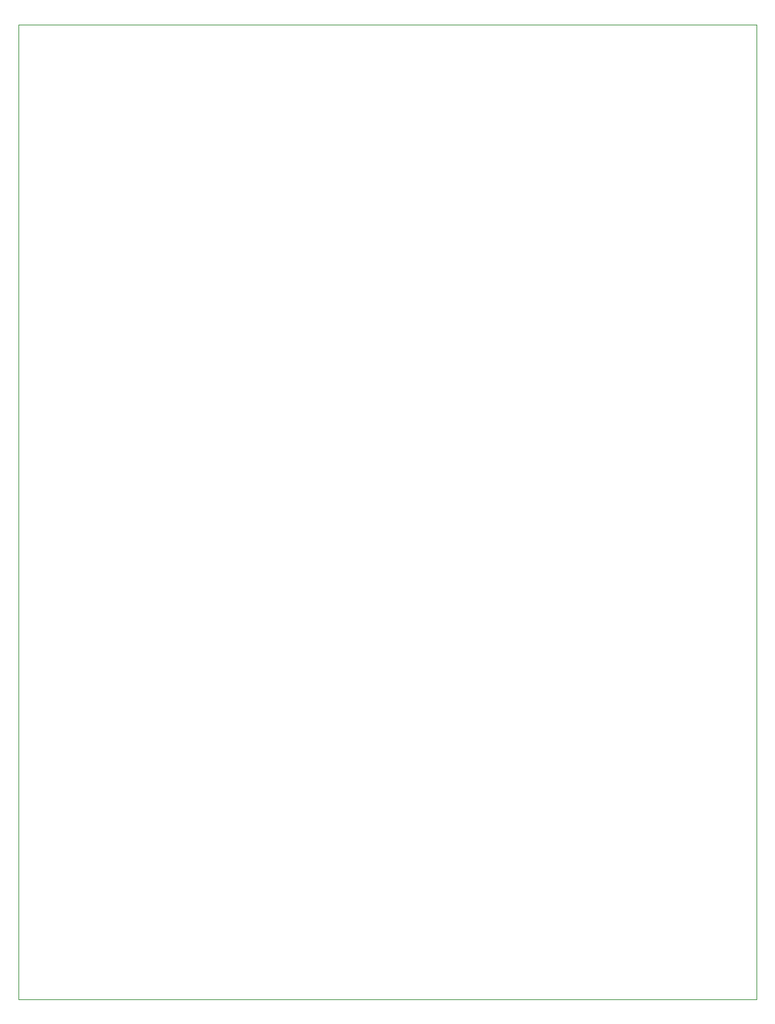
<source format=gbr>
%TF.GenerationSoftware,KiCad,Pcbnew,9.0.0*%
%TF.CreationDate,2025-06-12T15:56:33-06:00*%
%TF.ProjectId,final_macropad,66696e61-6c5f-46d6-9163-726f7061642e,rev?*%
%TF.SameCoordinates,Original*%
%TF.FileFunction,Profile,NP*%
%FSLAX46Y46*%
G04 Gerber Fmt 4.6, Leading zero omitted, Abs format (unit mm)*
G04 Created by KiCad (PCBNEW 9.0.0) date 2025-06-12 15:56:33*
%MOMM*%
%LPD*%
G01*
G04 APERTURE LIST*
%TA.AperFunction,Profile*%
%ADD10C,0.050000*%
%TD*%
G04 APERTURE END LIST*
D10*
X28500000Y-24500000D02*
X119750000Y-24500000D01*
X119750000Y-145000000D01*
X28500000Y-145000000D01*
X28500000Y-24500000D01*
M02*

</source>
